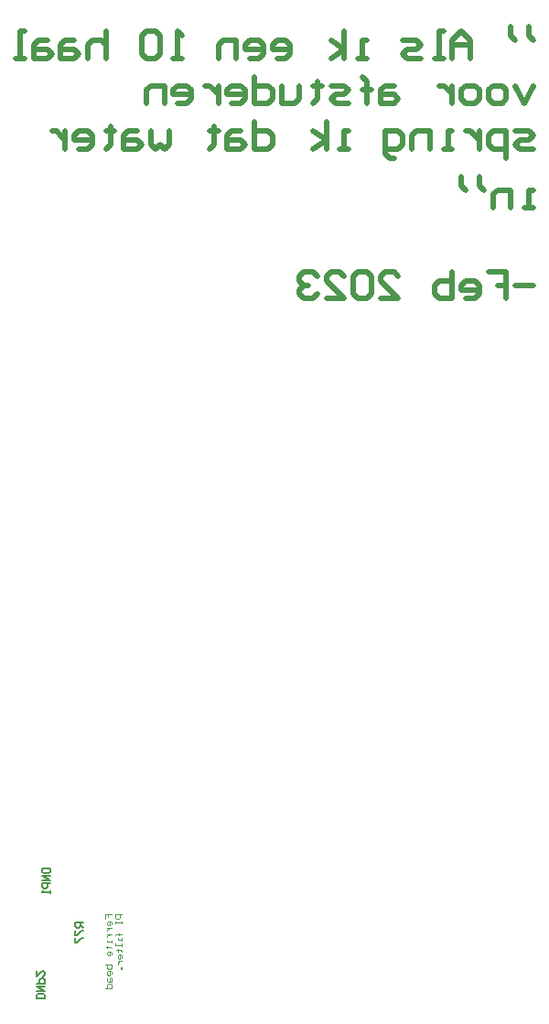
<source format=gbo>
G04*
G04 #@! TF.GenerationSoftware,Altium Limited,Altium Designer,24.4.1 (13)*
G04*
G04 Layer_Color=32896*
%FSLAX44Y44*%
%MOMM*%
G71*
G04*
G04 #@! TF.SameCoordinates,45E14481-76E1-4DB2-85C8-7C621F4D321E*
G04*
G04*
G04 #@! TF.FilePolarity,Positive*
G04*
G01*
G75*
%ADD13C,0.1000*%
%ADD16C,0.1540*%
%ADD21C,0.5000*%
%ADD22C,0.1500*%
D13*
X102784Y663021D02*
Y667020D01*
X105783D01*
Y665021D01*
Y667020D01*
X108782D01*
Y658023D02*
Y660022D01*
X107783Y661022D01*
X105783D01*
X104784Y660022D01*
Y658023D01*
X105783Y657023D01*
X106783D01*
Y661022D01*
X104784Y655024D02*
X108782D01*
X106783D01*
X105783Y654024D01*
X104784Y653025D01*
Y652025D01*
Y649026D02*
X108782D01*
X106783D01*
X105783Y648026D01*
X104784Y647027D01*
Y646027D01*
X108782Y643028D02*
Y641028D01*
Y642028D01*
X104784D01*
Y643028D01*
X103784Y637030D02*
X104784D01*
Y638029D01*
Y636030D01*
Y637030D01*
X107783D01*
X108782Y636030D01*
Y630032D02*
Y632031D01*
X107783Y633031D01*
X105783D01*
X104784Y632031D01*
Y630032D01*
X105783Y629032D01*
X106783D01*
Y633031D01*
X102784Y621035D02*
X108782D01*
Y618036D01*
X107783Y617036D01*
X106783D01*
X105783D01*
X104784Y618036D01*
Y621035D01*
X108782Y612038D02*
Y614037D01*
X107783Y615037D01*
X105783D01*
X104784Y614037D01*
Y612038D01*
X105783Y611038D01*
X106783D01*
Y615037D01*
X104784Y608039D02*
Y606040D01*
X105783Y605040D01*
X108782D01*
Y608039D01*
X107783Y609039D01*
X106783Y608039D01*
Y605040D01*
X102784Y599042D02*
X108782D01*
Y602041D01*
X107783Y603041D01*
X105783D01*
X104784Y602041D01*
Y599042D01*
X118380Y667020D02*
X112382D01*
Y664021D01*
X113382Y663021D01*
X115381D01*
X116381Y664021D01*
Y667020D01*
X112382Y661022D02*
Y659023D01*
Y660022D01*
X118380D01*
Y661022D01*
Y659023D01*
Y649026D02*
X113382D01*
X115381D01*
Y650025D01*
Y648026D01*
Y649026D01*
X113382D01*
X112382Y648026D01*
X118380Y645027D02*
Y643028D01*
Y644027D01*
X114381D01*
Y645027D01*
X118380Y640029D02*
Y638029D01*
Y639029D01*
X112382D01*
Y640029D01*
X113382Y634031D02*
X114381D01*
Y635030D01*
Y633031D01*
Y634031D01*
X117380D01*
X118380Y633031D01*
Y627033D02*
Y629032D01*
X117380Y630032D01*
X115381D01*
X114381Y629032D01*
Y627033D01*
X115381Y626033D01*
X116381D01*
Y630032D01*
X114381Y624034D02*
X118380D01*
X116381D01*
X115381Y623034D01*
X114381Y622035D01*
Y621035D01*
X118380Y618036D02*
X117380D01*
Y617036D01*
X118380D01*
Y618036D01*
D16*
X82239Y659570D02*
X75241D01*
Y656071D01*
X76407Y654905D01*
X78740D01*
X79906Y656071D01*
Y659570D01*
Y657238D02*
X82239Y654905D01*
X75241Y652573D02*
Y647907D01*
X76407D01*
X81073Y652573D01*
X82239D01*
X75241Y645575D02*
Y640910D01*
X76407D01*
X81073Y645575D01*
X82239D01*
X44761Y710163D02*
X51759D01*
Y706664D01*
X50593Y705498D01*
X45927D01*
X44761Y706664D01*
Y710163D01*
X51759Y703165D02*
X44761D01*
X51759Y698500D01*
X44761D01*
X51759Y696167D02*
X44761D01*
Y692669D01*
X45927Y691502D01*
X48260D01*
X49426Y692669D01*
Y696167D01*
X51759Y689170D02*
Y686837D01*
Y688003D01*
X44761D01*
X45927Y689170D01*
D21*
X495025Y1488505D02*
Y1480174D01*
X499190Y1476009D01*
X478363Y1488505D02*
Y1480174D01*
X482529Y1476009D01*
X440876Y1459347D02*
Y1476009D01*
X432545Y1484339D01*
X424214Y1476009D01*
Y1459347D01*
Y1471843D01*
X440876D01*
X415884Y1459347D02*
X407553D01*
X411718D01*
Y1484339D01*
X415884D01*
X395057Y1459347D02*
X382561D01*
X378396Y1463513D01*
X382561Y1467678D01*
X390892D01*
X395057Y1471843D01*
X390892Y1476009D01*
X378396D01*
X345073Y1459347D02*
X336743D01*
X340908D01*
Y1476009D01*
X345073D01*
X324246Y1459347D02*
Y1484339D01*
Y1467678D02*
X311751Y1476009D01*
X324246Y1467678D02*
X311751Y1459347D01*
X261767D02*
X270097D01*
X274263Y1463513D01*
Y1471843D01*
X270097Y1476009D01*
X261767D01*
X257601Y1471843D01*
Y1467678D01*
X274263D01*
X236775Y1459347D02*
X245105D01*
X249271Y1463513D01*
Y1471843D01*
X245105Y1476009D01*
X236775D01*
X232610Y1471843D01*
Y1467678D01*
X249271D01*
X224279Y1459347D02*
Y1476009D01*
X211783D01*
X207618Y1471843D01*
Y1459347D01*
X174295D02*
X165964D01*
X170130D01*
Y1484339D01*
X174295Y1480174D01*
X153468D02*
X149303Y1484339D01*
X140972D01*
X136807Y1480174D01*
Y1463513D01*
X140972Y1459347D01*
X149303D01*
X153468Y1463513D01*
Y1480174D01*
X103485Y1484339D02*
Y1459347D01*
Y1471843D01*
X99319Y1476009D01*
X90989D01*
X86823Y1471843D01*
Y1459347D01*
X74327Y1476009D02*
X65997D01*
X61831Y1471843D01*
Y1459347D01*
X74327D01*
X78493Y1463513D01*
X74327Y1467678D01*
X61831D01*
X49335Y1476009D02*
X41005D01*
X36839Y1471843D01*
Y1459347D01*
X49335D01*
X53501Y1463513D01*
X49335Y1467678D01*
X36839D01*
X28509Y1459347D02*
X20178D01*
X24344D01*
Y1484339D01*
X28509D01*
X499190Y1434018D02*
X490859Y1417357D01*
X482529Y1434018D01*
X470033Y1417357D02*
X461702D01*
X457537Y1421522D01*
Y1429853D01*
X461702Y1434018D01*
X470033D01*
X474198Y1429853D01*
Y1421522D01*
X470033Y1417357D01*
X445041D02*
X436710D01*
X432545Y1421522D01*
Y1429853D01*
X436710Y1434018D01*
X445041D01*
X449206Y1429853D01*
Y1421522D01*
X445041Y1417357D01*
X424214Y1434018D02*
Y1417357D01*
Y1425688D01*
X420049Y1429853D01*
X415884Y1434018D01*
X411718D01*
X370065D02*
X361734D01*
X357569Y1429853D01*
Y1417357D01*
X370065D01*
X374230Y1421522D01*
X370065Y1425688D01*
X357569D01*
X345073Y1417357D02*
Y1438184D01*
Y1429853D01*
X349239D01*
X340908D01*
X345073D01*
Y1438184D01*
X340908Y1442349D01*
X328412Y1417357D02*
X315916D01*
X311751Y1421522D01*
X315916Y1425688D01*
X324246D01*
X328412Y1429853D01*
X324246Y1434018D01*
X311751D01*
X299255Y1438184D02*
Y1434018D01*
X303420D01*
X295089D01*
X299255D01*
Y1421522D01*
X295089Y1417357D01*
X282593Y1434018D02*
Y1421522D01*
X278428Y1417357D01*
X265932D01*
Y1434018D01*
X240940Y1442349D02*
Y1417357D01*
X253436D01*
X257601Y1421522D01*
Y1429853D01*
X253436Y1434018D01*
X240940D01*
X220114Y1417357D02*
X228444D01*
X232610Y1421522D01*
Y1429853D01*
X228444Y1434018D01*
X220114D01*
X215948Y1429853D01*
Y1425688D01*
X232610D01*
X207618Y1434018D02*
Y1417357D01*
Y1425688D01*
X203452Y1429853D01*
X199287Y1434018D01*
X195122D01*
X170130Y1417357D02*
X178460D01*
X182626Y1421522D01*
Y1429853D01*
X178460Y1434018D01*
X170130D01*
X165964Y1429853D01*
Y1425688D01*
X182626D01*
X157634Y1417357D02*
Y1434018D01*
X145138D01*
X140972Y1429853D01*
Y1417357D01*
X499190Y1375367D02*
X486694D01*
X482529Y1379532D01*
X486694Y1383698D01*
X495025D01*
X499190Y1387863D01*
X495025Y1392028D01*
X482529D01*
X474198Y1367036D02*
Y1392028D01*
X461702D01*
X457537Y1387863D01*
Y1379532D01*
X461702Y1375367D01*
X474198D01*
X449206Y1392028D02*
Y1375367D01*
Y1383698D01*
X445041Y1387863D01*
X440876Y1392028D01*
X436710D01*
X424214Y1375367D02*
X415884D01*
X420049D01*
Y1392028D01*
X424214D01*
X403388Y1375367D02*
Y1392028D01*
X390892D01*
X386726Y1387863D01*
Y1375367D01*
X370065Y1367036D02*
X365900D01*
X361734Y1371201D01*
Y1392028D01*
X374230D01*
X378396Y1387863D01*
Y1379532D01*
X374230Y1375367D01*
X361734D01*
X328412D02*
X320081D01*
X324246D01*
Y1392028D01*
X328412D01*
X307585Y1375367D02*
Y1400359D01*
Y1383698D02*
X295089Y1392028D01*
X307585Y1383698D02*
X295089Y1375367D01*
X240940Y1400359D02*
Y1375367D01*
X253436D01*
X257601Y1379532D01*
Y1387863D01*
X253436Y1392028D01*
X240940D01*
X228444D02*
X220114D01*
X215948Y1387863D01*
Y1375367D01*
X228444D01*
X232610Y1379532D01*
X228444Y1383698D01*
X215948D01*
X203452Y1396193D02*
Y1392028D01*
X207618D01*
X199287D01*
X203452D01*
Y1379532D01*
X199287Y1375367D01*
X161799Y1392028D02*
Y1379532D01*
X157634Y1375367D01*
X153468Y1379532D01*
X149303Y1375367D01*
X145138Y1379532D01*
Y1392028D01*
X132642D02*
X124311D01*
X120146Y1387863D01*
Y1375367D01*
X132642D01*
X136807Y1379532D01*
X132642Y1383698D01*
X120146D01*
X107650Y1396193D02*
Y1392028D01*
X111815D01*
X103485D01*
X107650D01*
Y1379532D01*
X103485Y1375367D01*
X78493D02*
X86823D01*
X90989Y1379532D01*
Y1387863D01*
X86823Y1392028D01*
X78493D01*
X74327Y1387863D01*
Y1383698D01*
X90989D01*
X65997Y1392028D02*
Y1375367D01*
Y1383698D01*
X61831Y1387863D01*
X57666Y1392028D01*
X53501D01*
X499190Y1320881D02*
X490859D01*
X495025D01*
Y1337542D01*
X499190D01*
X478363Y1320881D02*
Y1337542D01*
X465867D01*
X461702Y1333376D01*
Y1320881D01*
X449206Y1350038D02*
Y1341707D01*
X453372Y1337542D01*
X432545Y1350038D02*
Y1341707D01*
X436710Y1337542D01*
X499190Y1249396D02*
X482529D01*
X457537Y1261892D02*
X474198D01*
Y1249396D01*
X465867D01*
X474198D01*
Y1236900D01*
X436710D02*
X445041D01*
X449206Y1241065D01*
Y1249396D01*
X445041Y1253561D01*
X436710D01*
X432545Y1249396D01*
Y1245231D01*
X449206D01*
X424214Y1261892D02*
Y1236900D01*
X411718D01*
X407553Y1241065D01*
Y1245231D01*
Y1249396D01*
X411718Y1253561D01*
X424214D01*
X357569Y1236900D02*
X374230D01*
X357569Y1253561D01*
Y1257727D01*
X361734Y1261892D01*
X370065D01*
X374230Y1257727D01*
X349239D02*
X345073Y1261892D01*
X336743D01*
X332577Y1257727D01*
Y1241065D01*
X336743Y1236900D01*
X345073D01*
X349239Y1241065D01*
Y1257727D01*
X307585Y1236900D02*
X324246D01*
X307585Y1253561D01*
Y1257727D01*
X311751Y1261892D01*
X320081D01*
X324246Y1257727D01*
X299255D02*
X295089Y1261892D01*
X286759D01*
X282593Y1257727D01*
Y1253561D01*
X286759Y1249396D01*
X290924D01*
X286759D01*
X282593Y1245231D01*
Y1241065D01*
X286759Y1236900D01*
X295089D01*
X299255Y1241065D01*
D22*
X46809Y589151D02*
X39811D01*
Y592650D01*
X40977Y593816D01*
X45643D01*
X46809Y592650D01*
Y589151D01*
X39811Y596148D02*
X46809D01*
X39811Y600814D01*
X46809D01*
X39811Y603146D02*
X46809D01*
Y606645D01*
X45643Y607811D01*
X43310D01*
X42144Y606645D01*
Y603146D01*
X39811Y614809D02*
Y610144D01*
X44476Y614809D01*
X45643D01*
X46809Y613643D01*
Y611310D01*
X45643Y610144D01*
M02*

</source>
